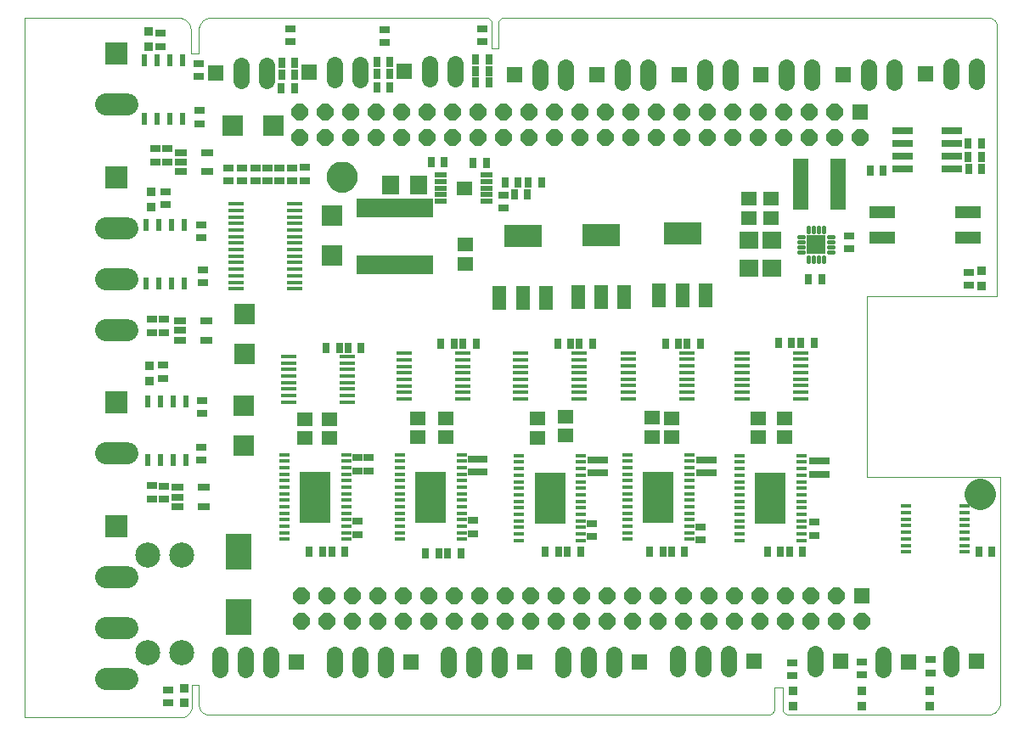
<source format=gts>
G75*
G70*
%OFA0B0*%
%FSLAX24Y24*%
%IPPOS*%
%LPD*%
%AMOC8*
5,1,8,0,0,1.08239X$1,22.5*
%
%ADD10C,0.0000*%
%ADD11OC8,0.0640*%
%ADD12R,0.0640X0.0640*%
%ADD13R,0.0434X0.0178*%
%ADD14R,0.1221X0.2009*%
%ADD15R,0.0620X0.0180*%
%ADD16R,0.0430X0.0160*%
%ADD17R,0.0316X0.0394*%
%ADD18R,0.0631X0.0552*%
%ADD19R,0.0355X0.0355*%
%ADD20R,0.0520X0.0920*%
%ADD21R,0.1457X0.0906*%
%ADD22R,0.0394X0.0316*%
%ADD23C,0.0640*%
%ADD24R,0.0865X0.0865*%
%ADD25C,0.0865*%
%ADD26R,0.1001X0.0485*%
%ADD27R,0.1024X0.1418*%
%ADD28R,0.0512X0.0257*%
%ADD29R,0.0237X0.0473*%
%ADD30R,0.0827X0.0827*%
%ADD31C,0.0158*%
%ADD32R,0.0749X0.0749*%
%ADD33R,0.0749X0.0670*%
%ADD34R,0.0591X0.2009*%
%ADD35R,0.0473X0.0197*%
%ADD36R,0.0670X0.0749*%
%ADD37R,0.2993X0.0749*%
%ADD38R,0.0820X0.0250*%
%ADD39C,0.0985*%
%ADD40C,0.0434*%
%ADD41C,0.0500*%
D10*
X000474Y003346D02*
X006615Y003346D01*
X006616Y003346D02*
X006657Y003350D01*
X006699Y003358D01*
X006739Y003369D01*
X006778Y003384D01*
X006815Y003403D01*
X006851Y003425D01*
X006884Y003450D01*
X006915Y003478D01*
X006944Y003509D01*
X006969Y003542D01*
X006991Y003577D01*
X007010Y003615D01*
X007025Y003654D01*
X007037Y003694D01*
X007044Y003735D01*
X007048Y003777D01*
X007049Y003819D01*
X007049Y004626D01*
X007324Y004626D01*
X007324Y003858D01*
X007323Y003821D01*
X007327Y003784D01*
X007334Y003748D01*
X007344Y003713D01*
X007358Y003679D01*
X007376Y003646D01*
X007396Y003616D01*
X007419Y003587D01*
X007445Y003561D01*
X007474Y003538D01*
X007504Y003517D01*
X007536Y003500D01*
X007570Y003485D01*
X007606Y003475D01*
X007642Y003467D01*
X007678Y003464D01*
X029686Y003464D01*
X029714Y003466D01*
X029742Y003471D01*
X029770Y003479D01*
X029796Y003491D01*
X029820Y003506D01*
X029842Y003523D01*
X029863Y003544D01*
X029880Y003566D01*
X029895Y003590D01*
X029907Y003616D01*
X029915Y003644D01*
X029920Y003672D01*
X029922Y003700D01*
X029923Y003700D02*
X029923Y004527D01*
X030237Y004527D01*
X030237Y003700D01*
X030238Y003700D02*
X030240Y003672D01*
X030245Y003644D01*
X030253Y003616D01*
X030265Y003590D01*
X030280Y003566D01*
X030297Y003544D01*
X030318Y003523D01*
X030340Y003506D01*
X030364Y003491D01*
X030390Y003479D01*
X030418Y003471D01*
X030446Y003466D01*
X030474Y003464D01*
X038249Y003464D01*
X038249Y003465D02*
X038290Y003461D01*
X038332Y003462D01*
X038373Y003465D01*
X038414Y003473D01*
X038454Y003484D01*
X038493Y003498D01*
X038531Y003516D01*
X038566Y003537D01*
X038600Y003561D01*
X038632Y003588D01*
X038661Y003618D01*
X038688Y003650D01*
X038711Y003684D01*
X038732Y003720D01*
X038749Y003758D01*
X038763Y003797D01*
X038773Y003837D01*
X038780Y003878D01*
X038781Y003878D02*
X038781Y012795D01*
X033545Y012795D01*
X033545Y019882D01*
X038663Y019882D01*
X038663Y030511D01*
X038656Y030548D01*
X038645Y030583D01*
X038630Y030617D01*
X038612Y030650D01*
X038591Y030681D01*
X038567Y030709D01*
X038541Y030735D01*
X038512Y030759D01*
X038481Y030779D01*
X038448Y030796D01*
X038413Y030810D01*
X038378Y030820D01*
X038341Y030827D01*
X038304Y030831D01*
X038267Y030830D01*
X038230Y030826D01*
X019273Y030826D01*
X019245Y030819D01*
X019217Y030809D01*
X019192Y030796D01*
X019168Y030780D01*
X019146Y030762D01*
X019126Y030740D01*
X019109Y030717D01*
X019096Y030692D01*
X019085Y030665D01*
X019078Y030637D01*
X019074Y030608D01*
X019073Y030579D01*
X019076Y030551D01*
X019076Y029626D01*
X018820Y029626D01*
X018820Y030551D01*
X018823Y030579D01*
X018822Y030608D01*
X018818Y030637D01*
X018811Y030665D01*
X018800Y030692D01*
X018787Y030717D01*
X018770Y030740D01*
X018750Y030762D01*
X018728Y030780D01*
X018704Y030796D01*
X018679Y030809D01*
X018651Y030819D01*
X018623Y030826D01*
X007797Y030826D01*
X007756Y030824D01*
X007715Y030819D01*
X007675Y030810D01*
X007636Y030798D01*
X007598Y030782D01*
X007561Y030763D01*
X007526Y030741D01*
X007494Y030716D01*
X007463Y030688D01*
X007435Y030657D01*
X007410Y030625D01*
X007388Y030590D01*
X007369Y030553D01*
X007353Y030515D01*
X007341Y030476D01*
X007332Y030436D01*
X007327Y030395D01*
X007325Y030354D01*
X007324Y030354D02*
X007324Y029409D01*
X007009Y029409D01*
X007009Y030354D01*
X007010Y030354D02*
X007006Y030397D01*
X006999Y030439D01*
X006988Y030481D01*
X006973Y030521D01*
X006955Y030560D01*
X006934Y030597D01*
X006909Y030633D01*
X006882Y030666D01*
X006851Y030696D01*
X006819Y030724D01*
X006783Y030749D01*
X006746Y030770D01*
X006707Y030789D01*
X006667Y030804D01*
X006625Y030815D01*
X006583Y030823D01*
X006540Y030826D01*
X006497Y030827D01*
X006497Y030826D02*
X000474Y030826D01*
X000474Y003346D01*
D11*
X011340Y007137D03*
X012340Y007137D03*
X013340Y007137D03*
X014340Y007137D03*
X015340Y007137D03*
X016340Y007137D03*
X017340Y007137D03*
X018340Y007137D03*
X019340Y007137D03*
X020340Y007137D03*
X021340Y007137D03*
X022340Y007137D03*
X023340Y007137D03*
X024340Y007137D03*
X025340Y007137D03*
X026340Y007137D03*
X027340Y007137D03*
X028340Y007137D03*
X029340Y007137D03*
X030340Y007137D03*
X031340Y007137D03*
X032340Y007137D03*
X033340Y007137D03*
X032340Y008137D03*
X031340Y008137D03*
X030340Y008137D03*
X029340Y008137D03*
X028340Y008137D03*
X027340Y008137D03*
X026340Y008137D03*
X025340Y008137D03*
X024340Y008137D03*
X023340Y008137D03*
X022340Y008137D03*
X021340Y008137D03*
X020340Y008137D03*
X019340Y008137D03*
X018340Y008137D03*
X017340Y008137D03*
X016340Y008137D03*
X015340Y008137D03*
X014340Y008137D03*
X013340Y008137D03*
X012340Y008137D03*
X011340Y008137D03*
X011277Y026130D03*
X011277Y027130D03*
X012277Y027130D03*
X013277Y027130D03*
X014277Y027130D03*
X015277Y027130D03*
X016277Y027130D03*
X017277Y027130D03*
X018277Y027130D03*
X019277Y027130D03*
X020277Y027130D03*
X021277Y027130D03*
X022277Y027130D03*
X023277Y027130D03*
X024277Y027130D03*
X025277Y027130D03*
X026277Y027130D03*
X027277Y027130D03*
X028277Y027130D03*
X029277Y027130D03*
X030277Y027130D03*
X031277Y027130D03*
X032277Y027130D03*
X032277Y026130D03*
X033277Y026130D03*
X031277Y026130D03*
X030277Y026130D03*
X029277Y026130D03*
X028277Y026130D03*
X027277Y026130D03*
X026277Y026130D03*
X025277Y026130D03*
X024277Y026130D03*
X023277Y026130D03*
X022277Y026130D03*
X021277Y026130D03*
X020277Y026130D03*
X019277Y026130D03*
X018277Y026130D03*
X017277Y026130D03*
X016277Y026130D03*
X015277Y026130D03*
X014277Y026130D03*
X013277Y026130D03*
X012277Y026130D03*
D12*
X011659Y028681D03*
X007978Y028661D03*
X015379Y028720D03*
X019730Y028602D03*
X022938Y028602D03*
X026167Y028602D03*
X029375Y028602D03*
X032623Y028602D03*
X033277Y027130D03*
X035852Y028641D03*
X033340Y008137D03*
X032509Y005551D03*
X035186Y005511D03*
X037863Y005551D03*
X029100Y005551D03*
X024611Y005511D03*
X020123Y005511D03*
X015635Y005511D03*
X011147Y005511D03*
D13*
X010675Y010344D03*
X010675Y010600D03*
X010675Y010856D03*
X010675Y011112D03*
X010675Y011368D03*
X010675Y011624D03*
X010675Y011880D03*
X010675Y012136D03*
X010675Y012391D03*
X010675Y012647D03*
X010675Y012903D03*
X010675Y013159D03*
X010675Y013415D03*
X010675Y013671D03*
X013107Y013671D03*
X013107Y013415D03*
X013107Y013159D03*
X013107Y012903D03*
X013107Y012647D03*
X013107Y012391D03*
X013107Y012136D03*
X013107Y011880D03*
X013107Y011624D03*
X013107Y011368D03*
X013107Y011112D03*
X013107Y010856D03*
X013107Y010600D03*
X013107Y010344D03*
X015203Y010344D03*
X015203Y010600D03*
X015203Y010856D03*
X015203Y011112D03*
X015203Y011368D03*
X015203Y011624D03*
X015203Y011880D03*
X015203Y012136D03*
X015203Y012391D03*
X015203Y012647D03*
X015203Y012903D03*
X015203Y013159D03*
X015203Y013415D03*
X015203Y013671D03*
X017634Y013671D03*
X017634Y013415D03*
X017634Y013159D03*
X017634Y012903D03*
X017634Y012647D03*
X017634Y012391D03*
X017634Y012136D03*
X017634Y011880D03*
X017634Y011624D03*
X017634Y011368D03*
X017634Y011112D03*
X017634Y010856D03*
X017634Y010600D03*
X017634Y010344D03*
X019888Y010305D03*
X019888Y010561D03*
X019888Y010817D03*
X019888Y011073D03*
X019888Y011328D03*
X019888Y011584D03*
X019888Y011840D03*
X019888Y012096D03*
X019888Y012352D03*
X019888Y012608D03*
X019888Y012864D03*
X019888Y013120D03*
X019888Y013376D03*
X019888Y013632D03*
X022319Y013632D03*
X022319Y013376D03*
X022319Y013120D03*
X022319Y012864D03*
X022319Y012608D03*
X022319Y012352D03*
X022319Y012096D03*
X022319Y011840D03*
X022319Y011584D03*
X022319Y011328D03*
X022319Y011073D03*
X022319Y010817D03*
X022319Y010561D03*
X022319Y010305D03*
X024140Y010344D03*
X024140Y010600D03*
X024140Y010856D03*
X024140Y011112D03*
X024140Y011368D03*
X024140Y011624D03*
X024140Y011880D03*
X024140Y012136D03*
X024140Y012391D03*
X024140Y012647D03*
X024140Y012903D03*
X024140Y013159D03*
X024140Y013415D03*
X024140Y013671D03*
X026571Y013671D03*
X026571Y013415D03*
X026571Y013159D03*
X026571Y012903D03*
X026571Y012647D03*
X026571Y012391D03*
X026571Y012136D03*
X026571Y011880D03*
X026571Y011624D03*
X026571Y011368D03*
X026571Y011112D03*
X026571Y010856D03*
X026571Y010600D03*
X026571Y010344D03*
X028549Y010305D03*
X028549Y010561D03*
X028549Y010817D03*
X028549Y011073D03*
X028549Y011328D03*
X028549Y011584D03*
X028549Y011840D03*
X028549Y012096D03*
X028549Y012352D03*
X028549Y012608D03*
X028549Y012864D03*
X028549Y013120D03*
X028549Y013376D03*
X028549Y013632D03*
X030981Y013632D03*
X030981Y013376D03*
X030981Y013120D03*
X030981Y012864D03*
X030981Y012608D03*
X030981Y012352D03*
X030981Y012096D03*
X030981Y011840D03*
X030981Y011584D03*
X030981Y011328D03*
X030981Y011073D03*
X030981Y010817D03*
X030981Y010561D03*
X030981Y010305D03*
D14*
X029765Y011968D03*
X025356Y012008D03*
X021104Y011968D03*
X016419Y012008D03*
X011891Y012008D03*
D15*
X010839Y015734D03*
X010839Y015994D03*
X010839Y016254D03*
X010839Y016504D03*
X010839Y016764D03*
X010839Y017014D03*
X010839Y017274D03*
X010839Y017534D03*
X013139Y017534D03*
X013139Y017274D03*
X013139Y017014D03*
X013139Y016764D03*
X013139Y016504D03*
X013139Y016254D03*
X013139Y015994D03*
X013139Y015734D03*
X015367Y015852D03*
X015367Y016112D03*
X015367Y016372D03*
X015367Y016622D03*
X015367Y016882D03*
X015367Y017132D03*
X015367Y017392D03*
X015367Y017652D03*
X017667Y017652D03*
X017667Y017392D03*
X017667Y017132D03*
X017667Y016882D03*
X017667Y016622D03*
X017667Y016372D03*
X017667Y016112D03*
X017667Y015852D03*
X019954Y015852D03*
X019954Y016112D03*
X019954Y016372D03*
X019954Y016622D03*
X019954Y016882D03*
X019954Y017132D03*
X019954Y017392D03*
X019954Y017652D03*
X022254Y017652D03*
X022254Y017392D03*
X022254Y017132D03*
X022254Y016882D03*
X022254Y016622D03*
X022254Y016372D03*
X022254Y016112D03*
X022254Y015852D03*
X024186Y015871D03*
X024186Y016131D03*
X024186Y016391D03*
X024186Y016641D03*
X024186Y016901D03*
X024186Y017151D03*
X024186Y017411D03*
X024186Y017671D03*
X026486Y017671D03*
X026486Y017411D03*
X026486Y017151D03*
X026486Y016901D03*
X026486Y016641D03*
X026486Y016391D03*
X026486Y016131D03*
X026486Y015871D03*
X028654Y015871D03*
X028654Y016131D03*
X028654Y016391D03*
X028654Y016641D03*
X028654Y016901D03*
X028654Y017151D03*
X028654Y017411D03*
X028654Y017671D03*
X030954Y017671D03*
X030954Y017411D03*
X030954Y017151D03*
X030954Y016901D03*
X030954Y016641D03*
X030954Y016391D03*
X030954Y016131D03*
X030954Y015871D03*
X011092Y020190D03*
X011092Y020440D03*
X011092Y020700D03*
X011092Y020950D03*
X011092Y021210D03*
X011092Y021470D03*
X011092Y021720D03*
X011092Y021980D03*
X011092Y022230D03*
X011092Y022490D03*
X011092Y022750D03*
X011092Y023000D03*
X011092Y023260D03*
X011092Y023510D03*
X008792Y023510D03*
X008792Y023260D03*
X008792Y023000D03*
X008792Y022750D03*
X008792Y022490D03*
X008792Y022230D03*
X008792Y021980D03*
X008792Y021720D03*
X008792Y021470D03*
X008792Y021210D03*
X008792Y020950D03*
X008792Y020700D03*
X008792Y020440D03*
X008792Y020190D03*
D16*
X035093Y011643D03*
X035093Y011387D03*
X035093Y011132D03*
X035093Y010876D03*
X035093Y010620D03*
X035093Y010364D03*
X035093Y010108D03*
X035093Y009852D03*
X037390Y009852D03*
X037390Y010108D03*
X037390Y010364D03*
X037390Y010620D03*
X037390Y010876D03*
X037390Y011132D03*
X037390Y011387D03*
X037390Y011643D03*
D17*
X037934Y009862D03*
X038446Y009862D03*
X031025Y009852D03*
X030513Y009852D03*
X030159Y009852D03*
X029647Y009852D03*
X026399Y009842D03*
X025887Y009842D03*
X025533Y009842D03*
X025021Y009842D03*
X022304Y009842D03*
X021793Y009842D03*
X021438Y009842D03*
X020926Y009842D03*
X017600Y009803D03*
X017088Y009803D03*
X016734Y009803D03*
X016222Y009803D03*
X013052Y009842D03*
X012541Y009842D03*
X012167Y009842D03*
X011655Y009842D03*
X012324Y017874D03*
X012836Y017874D03*
X013186Y017866D03*
X013698Y017866D03*
X016832Y018011D03*
X017344Y018011D03*
X017698Y018011D03*
X018210Y018011D03*
X021419Y018031D03*
X021930Y018031D03*
X022265Y018031D03*
X022777Y018031D03*
X025651Y018031D03*
X026163Y018031D03*
X026497Y018031D03*
X027009Y018031D03*
X030080Y018051D03*
X030592Y018051D03*
X030966Y018051D03*
X031478Y018051D03*
X031261Y020551D03*
X031773Y020551D03*
X033667Y024823D03*
X034178Y024823D03*
X037541Y024882D03*
X038052Y024882D03*
X038033Y025374D03*
X037521Y025374D03*
X037521Y025905D03*
X038033Y025905D03*
X020769Y024370D03*
X020257Y024370D03*
X019863Y024370D03*
X019352Y024370D03*
X019706Y023897D03*
X020218Y023897D03*
X018604Y025118D03*
X018092Y025118D03*
X016950Y025157D03*
X016438Y025157D03*
X014824Y028090D03*
X014312Y028090D03*
X014312Y028622D03*
X014824Y028622D03*
X014824Y029094D03*
X014312Y029094D03*
X011084Y029055D03*
X011084Y028602D03*
X010572Y028602D03*
X010572Y029055D03*
X010562Y028061D03*
X011074Y028061D03*
X018190Y028287D03*
X018190Y028740D03*
X018702Y028740D03*
X018702Y028287D03*
X018702Y029193D03*
X018190Y029193D03*
D18*
X017741Y024126D03*
X017797Y021909D03*
X017797Y021161D03*
X017029Y015098D03*
X017029Y014350D03*
X015907Y014350D03*
X015907Y015098D03*
X012442Y015059D03*
X011478Y015059D03*
X011478Y014311D03*
X012442Y014311D03*
X020611Y014330D03*
X020611Y015078D03*
X021714Y015157D03*
X021714Y014409D03*
X025100Y014370D03*
X025887Y014350D03*
X025887Y015098D03*
X025100Y015118D03*
X029273Y015098D03*
X029273Y014350D03*
X030316Y014350D03*
X030316Y015098D03*
X029785Y022972D03*
X029785Y023720D03*
X028919Y023720D03*
X028919Y022972D03*
D19*
X038052Y020886D03*
X038052Y020295D03*
X036025Y004389D03*
X036025Y003799D03*
X033348Y003799D03*
X033348Y004389D03*
X030651Y004389D03*
X030651Y003799D03*
X006753Y003917D03*
X006753Y004508D03*
X005395Y016555D03*
X005395Y017145D03*
X005434Y023405D03*
X005434Y023996D03*
X005356Y029704D03*
X005356Y030295D03*
D20*
X019131Y019823D03*
X020041Y019823D03*
X020950Y019823D03*
X022202Y019862D03*
X023111Y019862D03*
X024021Y019862D03*
X025391Y019921D03*
X026300Y019921D03*
X027210Y019921D03*
D21*
X026300Y022361D03*
X023111Y022302D03*
X020041Y022263D03*
D22*
X019293Y023346D03*
X019293Y023858D03*
X018446Y029882D03*
X018446Y030393D03*
X014627Y030374D03*
X014627Y029862D03*
X010907Y029882D03*
X010907Y030393D03*
X007324Y029035D03*
X007324Y028523D03*
X007363Y027185D03*
X007363Y026673D03*
X006072Y025685D03*
X005631Y025685D03*
X005631Y025173D03*
X006072Y025173D03*
X006025Y023996D03*
X006025Y023484D03*
X007403Y022697D03*
X007403Y022185D03*
X007482Y020925D03*
X007482Y020413D03*
X005958Y018976D03*
X005474Y018976D03*
X005474Y018464D03*
X005958Y018464D03*
X005907Y017185D03*
X005907Y016673D03*
X007442Y015807D03*
X007442Y015295D03*
X007403Y013956D03*
X007403Y013445D03*
X005966Y012441D03*
X005470Y012445D03*
X005470Y011933D03*
X005966Y011929D03*
X013545Y011043D03*
X013545Y010531D03*
X013564Y013031D03*
X013978Y013041D03*
X013978Y013553D03*
X013564Y013543D03*
X018092Y013504D03*
X018466Y013504D03*
X018466Y012992D03*
X018092Y012992D03*
X018092Y011082D03*
X018092Y010571D03*
X022757Y010452D03*
X022757Y010964D03*
X022777Y012952D03*
X023171Y012952D03*
X023171Y013464D03*
X022777Y013464D03*
X027039Y013454D03*
X027462Y013454D03*
X027462Y012943D03*
X027039Y012943D03*
X027019Y010826D03*
X027019Y010315D03*
X031478Y012903D03*
X031881Y012903D03*
X031881Y013415D03*
X031478Y013415D03*
X031497Y011013D03*
X031497Y010502D03*
X030631Y005492D03*
X030631Y004980D03*
X033348Y005019D03*
X033348Y005531D03*
X036064Y005610D03*
X036064Y005098D03*
X037560Y020315D03*
X037560Y020826D03*
X032865Y021752D03*
X032865Y022263D03*
X011474Y024441D03*
X011474Y024952D03*
X010997Y024933D03*
X010493Y024941D03*
X010021Y024941D03*
X009552Y024937D03*
X009552Y024425D03*
X010021Y024429D03*
X010493Y024429D03*
X010997Y024421D03*
X009021Y024429D03*
X009021Y024941D03*
X008489Y024937D03*
X008489Y024425D03*
X005828Y029704D03*
X005828Y030216D03*
X006123Y004429D03*
X006123Y003917D03*
D23*
X008147Y005211D02*
X008147Y005811D01*
X009147Y005811D02*
X009147Y005211D01*
X010147Y005211D02*
X010147Y005811D01*
X012635Y005811D02*
X012635Y005211D01*
X013635Y005211D02*
X013635Y005811D01*
X014635Y005811D02*
X014635Y005211D01*
X017123Y005211D02*
X017123Y005811D01*
X018123Y005811D02*
X018123Y005211D01*
X019123Y005211D02*
X019123Y005811D01*
X021611Y005811D02*
X021611Y005211D01*
X022611Y005211D02*
X022611Y005811D01*
X023611Y005811D02*
X023611Y005211D01*
X026100Y005251D02*
X026100Y005851D01*
X027100Y005851D02*
X027100Y005251D01*
X028100Y005251D02*
X028100Y005851D01*
X031509Y005851D02*
X031509Y005251D01*
X034186Y005211D02*
X034186Y005811D01*
X036863Y005851D02*
X036863Y005251D01*
X036852Y028341D02*
X036852Y028941D01*
X037852Y028941D02*
X037852Y028341D01*
X034623Y028302D02*
X034623Y028902D01*
X033623Y028902D02*
X033623Y028302D01*
X031375Y028302D02*
X031375Y028902D01*
X030375Y028902D02*
X030375Y028302D01*
X028167Y028302D02*
X028167Y028902D01*
X027167Y028902D02*
X027167Y028302D01*
X024938Y028302D02*
X024938Y028902D01*
X023938Y028902D02*
X023938Y028302D01*
X021730Y028302D02*
X021730Y028902D01*
X020730Y028902D02*
X020730Y028302D01*
X017379Y028420D02*
X017379Y029020D01*
X016379Y029020D02*
X016379Y028420D01*
X013659Y028381D02*
X013659Y028981D01*
X012659Y028981D02*
X012659Y028381D01*
X009978Y028361D02*
X009978Y028961D01*
X008978Y028961D02*
X008978Y028361D01*
D24*
X004088Y029425D03*
X004088Y024574D03*
X004088Y015724D03*
X004088Y010874D03*
D25*
X004500Y008874D02*
X003675Y008874D01*
X003675Y006874D02*
X004500Y006874D01*
X004500Y004874D02*
X003675Y004874D01*
X003675Y013724D02*
X004500Y013724D01*
X004500Y018574D02*
X003675Y018574D01*
X003675Y020574D02*
X004500Y020574D01*
X004500Y022574D02*
X003675Y022574D01*
X003675Y027425D02*
X004500Y027425D01*
D26*
X034135Y023177D03*
X034135Y022177D03*
X037521Y022177D03*
X037521Y023177D03*
D27*
X008899Y009862D03*
X008899Y007303D03*
D28*
X007521Y011634D03*
X007521Y012382D03*
X006497Y012382D03*
X006497Y012008D03*
X006497Y011634D03*
X006576Y018169D03*
X006576Y018543D03*
X006576Y018917D03*
X007600Y018917D03*
X007600Y018169D03*
X007639Y024783D03*
X007639Y025531D03*
X006615Y025531D03*
X006615Y025157D03*
X006615Y024783D03*
D29*
X006667Y026870D03*
X006167Y026870D03*
X005667Y026870D03*
X005167Y026870D03*
X005167Y029153D03*
X005667Y029153D03*
X006167Y029153D03*
X006667Y029153D03*
X006736Y022687D03*
X006236Y022687D03*
X005736Y022687D03*
X005236Y022687D03*
X005236Y020403D03*
X005736Y020403D03*
X006236Y020403D03*
X006736Y020403D03*
X006804Y015748D03*
X006304Y015748D03*
X005804Y015748D03*
X005304Y015748D03*
X005304Y013464D03*
X005804Y013464D03*
X006304Y013464D03*
X006804Y013464D03*
D30*
X009096Y014015D03*
X009096Y015590D03*
X009115Y017618D03*
X009115Y019193D03*
X012560Y021496D03*
X012560Y023071D03*
X010237Y026604D03*
X008663Y026604D03*
D31*
X030888Y022224D02*
X031064Y022224D01*
X031064Y022027D02*
X030888Y022027D01*
X030888Y021830D02*
X031064Y021830D01*
X031064Y021634D02*
X030888Y021634D01*
X031261Y021436D02*
X031261Y021260D01*
X031458Y021260D02*
X031458Y021436D01*
X031655Y021436D02*
X031655Y021260D01*
X031852Y021260D02*
X031852Y021436D01*
X032049Y021634D02*
X032225Y021634D01*
X032225Y021830D02*
X032049Y021830D01*
X032049Y022027D02*
X032225Y022027D01*
X032225Y022224D02*
X032049Y022224D01*
X031852Y022422D02*
X031852Y022598D01*
X031655Y022598D02*
X031655Y022422D01*
X031458Y022422D02*
X031458Y022598D01*
X031261Y022598D02*
X031261Y022422D01*
D32*
X031556Y021929D03*
D33*
X029824Y022086D03*
X028919Y022086D03*
X028919Y020984D03*
X029824Y020984D03*
D34*
X030946Y024291D03*
X032403Y024291D03*
D35*
X018604Y024387D03*
X018604Y024132D03*
X018604Y023876D03*
X018604Y023620D03*
X018604Y024643D03*
X016832Y024643D03*
X016832Y024387D03*
X016832Y024132D03*
X016832Y023876D03*
X016832Y023620D03*
D36*
X015946Y024252D03*
X014844Y024252D03*
D37*
X015001Y023346D03*
X015001Y021141D03*
D38*
X034937Y024899D03*
X034937Y025399D03*
X034937Y025899D03*
X034937Y026399D03*
X036877Y026399D03*
X036877Y025899D03*
X036877Y025399D03*
X036877Y024899D03*
D39*
X006655Y009730D03*
X005316Y009730D03*
X005316Y005899D03*
X006655Y005899D03*
D40*
X012934Y024586D03*
X037984Y012126D03*
D41*
X037630Y012126D02*
X037632Y012163D01*
X037638Y012200D01*
X037647Y012235D01*
X037661Y012270D01*
X037677Y012303D01*
X037698Y012334D01*
X037721Y012363D01*
X037747Y012389D01*
X037776Y012412D01*
X037807Y012433D01*
X037840Y012449D01*
X037875Y012463D01*
X037910Y012472D01*
X037947Y012478D01*
X037984Y012480D01*
X038021Y012478D01*
X038058Y012472D01*
X038093Y012463D01*
X038128Y012449D01*
X038161Y012433D01*
X038192Y012412D01*
X038221Y012389D01*
X038247Y012363D01*
X038270Y012334D01*
X038291Y012303D01*
X038307Y012270D01*
X038321Y012235D01*
X038330Y012200D01*
X038336Y012163D01*
X038338Y012126D01*
X038336Y012089D01*
X038330Y012052D01*
X038321Y012017D01*
X038307Y011982D01*
X038291Y011949D01*
X038270Y011918D01*
X038247Y011889D01*
X038221Y011863D01*
X038192Y011840D01*
X038161Y011819D01*
X038128Y011803D01*
X038093Y011789D01*
X038058Y011780D01*
X038021Y011774D01*
X037984Y011772D01*
X037947Y011774D01*
X037910Y011780D01*
X037875Y011789D01*
X037840Y011803D01*
X037807Y011819D01*
X037776Y011840D01*
X037747Y011863D01*
X037721Y011889D01*
X037698Y011918D01*
X037677Y011949D01*
X037661Y011982D01*
X037647Y012017D01*
X037638Y012052D01*
X037632Y012089D01*
X037630Y012126D01*
X012580Y024586D02*
X012582Y024623D01*
X012588Y024660D01*
X012597Y024695D01*
X012611Y024730D01*
X012627Y024763D01*
X012648Y024794D01*
X012671Y024823D01*
X012697Y024849D01*
X012726Y024872D01*
X012757Y024893D01*
X012790Y024909D01*
X012825Y024923D01*
X012860Y024932D01*
X012897Y024938D01*
X012934Y024940D01*
X012971Y024938D01*
X013008Y024932D01*
X013043Y024923D01*
X013078Y024909D01*
X013111Y024893D01*
X013142Y024872D01*
X013171Y024849D01*
X013197Y024823D01*
X013220Y024794D01*
X013241Y024763D01*
X013257Y024730D01*
X013271Y024695D01*
X013280Y024660D01*
X013286Y024623D01*
X013288Y024586D01*
X013286Y024549D01*
X013280Y024512D01*
X013271Y024477D01*
X013257Y024442D01*
X013241Y024409D01*
X013220Y024378D01*
X013197Y024349D01*
X013171Y024323D01*
X013142Y024300D01*
X013111Y024279D01*
X013078Y024263D01*
X013043Y024249D01*
X013008Y024240D01*
X012971Y024234D01*
X012934Y024232D01*
X012897Y024234D01*
X012860Y024240D01*
X012825Y024249D01*
X012790Y024263D01*
X012757Y024279D01*
X012726Y024300D01*
X012697Y024323D01*
X012671Y024349D01*
X012648Y024378D01*
X012627Y024409D01*
X012611Y024442D01*
X012597Y024477D01*
X012588Y024512D01*
X012582Y024549D01*
X012580Y024586D01*
M02*

</source>
